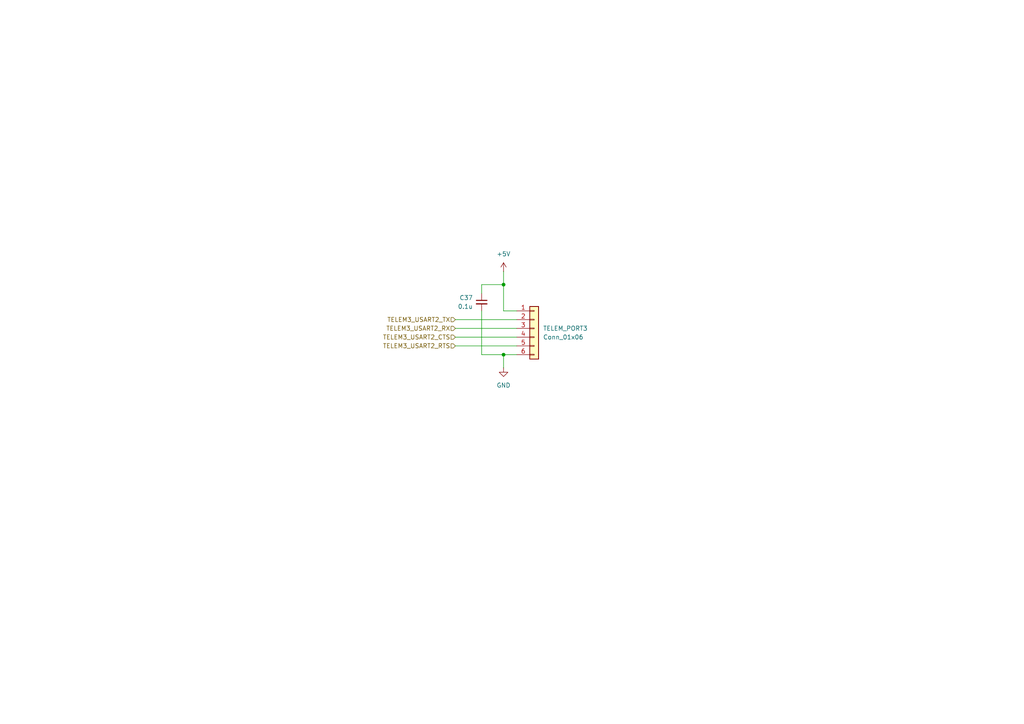
<source format=kicad_sch>
(kicad_sch (version 20231120) (generator "eeschema") (generator_version "8.0")
  (paper "A4")
  (lib_symbols
    (symbol "Connector_Generic:Conn_01x06" (pin_names (offset 1.016) hide)
      (property "Reference" "J" (at 0 7.62 0))
      (property "Value" "Conn_01x06" (at 0 -10.16 0))
      (symbol "Conn_01x06_1_1"
        (rectangle (start -1.27 -7.493) (end 0 -7.747) (stroke (width 0.1524)))
        (rectangle (start -1.27 -4.953) (end 0 -5.207) (stroke (width 0.1524)))
        (rectangle (start -1.27 -2.413) (end 0 -2.667) (stroke (width 0.1524)))
        (rectangle (start -1.27 0.127) (end 0 -0.127) (stroke (width 0.1524)))
        (rectangle (start -1.27 2.667) (end 0 2.413) (stroke (width 0.1524)))
        (rectangle (start -1.27 5.207) (end 0 4.953) (stroke (width 0.1524)))
        (rectangle (start -1.27 6.35) (end 1.27 -8.89) (stroke (width 0.254)) (fill (type background)))
        (pin passive line (at -5.08 5.08 0) (length 3.81) (name "Pin_1") (number "1"))
        (pin passive line (at -5.08 2.54 0) (length 3.81) (name "Pin_2") (number "2"))
        (pin passive line (at -5.08 0 0) (length 3.81) (name "Pin_3") (number "3"))
        (pin passive line (at -5.08 -2.54 0) (length 3.81) (name "Pin_4") (number "4"))
        (pin passive line (at -5.08 -5.08 0) (length 3.81) (name "Pin_5") (number "5"))
        (pin passive line (at -5.08 -7.62 0) (length 3.81) (name "Pin_6") (number "6"))
      )
    )
    (symbol "Device:C_Small" (pin_numbers hide) (pin_names (offset 0.254) hide)
      (property "Reference" "C" (at 0.254 1.778 0))
      (property "Value" "C_Small" (at 0.254 -2.032 0))
      (symbol "C_Small_0_1"
        (polyline (pts (xy -1.524 -0.508) (xy 1.524 -0.508)) (stroke (width 0.3302)))
        (polyline (pts (xy -1.524 0.508) (xy 1.524 0.508)) (stroke (width 0.3048)))
      )
      (symbol "C_Small_1_1"
        (pin passive line (at 0 2.54 270) (length 2.032) (name "~") (number "1"))
        (pin passive line (at 0 -2.54 90) (length 2.032) (name "~") (number "2"))
      )
    )
    (symbol "power:+5V" (power) (pin_numbers hide) (pin_names (offset 0) hide)
      (property "Value" "+5V" (at 0 3.556 0))
      (symbol "+5V_0_1"
        (polyline (pts (xy -0.762 1.27) (xy 0 2.54)))
        (polyline (pts (xy 0 0) (xy 0 2.54)))
        (polyline (pts (xy 0 2.54) (xy 0.762 1.27)))
      )
      (symbol "+5V_1_1"
        (pin power_in line (at 0 0 90) (length 0) (name "~") (number "1"))
      )
    )
    (symbol "power:GND" (power) (pin_numbers hide) (pin_names (offset 0) hide)
      (property "Value" "GND" (at 0 -3.81 0))
      (symbol "GND_0_1"
        (polyline (pts (xy 0 0) (xy 0 -1.27) (xy 1.27 -1.27) (xy 0 -2.54) (xy -1.27 -1.27) (xy 0 -1.27)))
      )
      (symbol "GND_1_1"
        (pin power_in line (at 0 0 270) (length 0) (name "~") (number "1"))
      )
    )
  )
  (junction (at 146.05 82.55))
  (junction (at 146.05 102.87))
  (wire (pts (xy 139.7 102.87) (xy 146.05 102.87)))
  (wire (pts (xy 146.05 78.74) (xy 146.05 82.55)))
  (wire (pts (xy 139.7 85.09) (xy 139.7 82.55)))
  (wire (pts (xy 146.05 102.87) (xy 149.86 102.87)))
  (wire (pts (xy 132.08 92.71) (xy 149.86 92.71)))
  (wire (pts (xy 146.05 90.17) (xy 149.86 90.17)))
  (wire (pts (xy 146.05 106.68) (xy 146.05 102.87)))
  (wire (pts (xy 139.7 82.55) (xy 146.05 82.55)))
  (wire (pts (xy 132.08 97.79) (xy 149.86 97.79)))
  (wire (pts (xy 132.08 95.25) (xy 149.86 95.25)))
  (wire (pts (xy 146.05 82.55) (xy 146.05 90.17)))
  (wire (pts (xy 132.08 100.33) (xy 149.86 100.33)))
  (wire (pts (xy 139.7 90.17) (xy 139.7 102.87)))
  (hierarchical_label "TELEM3_USART2_CTS" (shape input) (at 132.08 97.79 180))
  (hierarchical_label "TELEM3_USART2_RX" (shape input) (at 132.08 95.25 180))
  (hierarchical_label "TELEM3_USART2_RTS" (shape input) (at 132.08 100.33 180))
  (hierarchical_label "TELEM3_USART2_TX" (shape input) (at 132.08 92.71 180))
  (symbol (lib_id "Connector_Generic:Conn_01x06") (at 154.94 95.25 0) (unit 1)
    (property "Reference" "TELEM_PORT3" (at 157.48 95.2499 0) (effects (justify left)))
    (property "Value" "Conn_01x06" (at 157.48 97.7899 0) (effects (justify left)))
    (property "Footprint" "Connector_JST:JST_GH_BM06B-GHS-TBT_1x06-1MP_P1.25mm_Vertical" (effects (hide yes)))
    (property "Description" "Generic connector, single row, 01x06, script generated (kicad-library-utils/schlib/autogen/connector/)" (effects (hide yes)))
  )
  (symbol (lib_id "power:+5V") (at 146.05 78.74 0) (unit 1)
    (property "Reference" "#PWR074" (effects (hide yes)))
    (property "Value" "+5V" (at 146.05 73.66 0))
    (property "Description" "Power symbol creates a global label with name \"+5V\"" (effects (hide yes)))
  )
  (symbol (lib_id "Device:C_Small") (at 139.7 87.63 0) (unit 1)
    (property "Reference" "C37" (at 137.16 86.3662 0) (effects (justify right)))
    (property "Value" "0.1u" (at 137.16 88.9062 0) (effects (justify right)))
    (property "Footprint" "Capacitor_SMD:C_0402_1005Metric_Pad0.74x0.62mm_HandSolder" (effects (hide yes)))
    (property "Description" "Unpolarized capacitor, small symbol" (effects (hide yes)))
  )
  (symbol (lib_id "power:GND") (at 146.05 106.68 0) (unit 1)
    (property "Reference" "#PWR075" (effects (hide yes)))
    (property "Value" "GND" (at 146.05 111.76 0))
    (property "Description" "Power symbol creates a global label with name \"GND\" , ground" (effects (hide yes)))
  )
)
</source>
